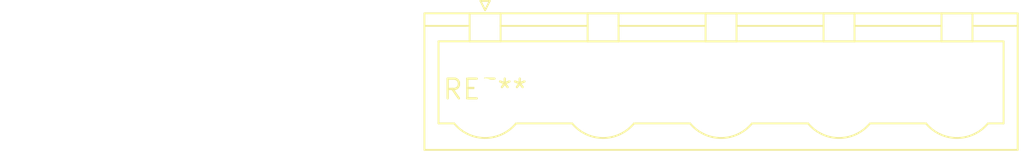
<source format=kicad_pcb>
(kicad_pcb (version 20240108) (generator pcbnew)
  (layers (0 "F.Cu" signal) (31 "B.Cu" signal) (34 "B.Paste" user) (35 "F.Paste" user) (36 "B.SilkS" user "B.Silkscreen") (37 "F.SilkS" user "F.Silkscreen") (38 "B.Mask" user) (39 "F.Mask" user) (44 "Edge.Cuts" user))
  (net 0 "")
  (footprint "PhoenixContact_GMSTBVA_2,5_5-G-7,62_1x05_P7.62mm_Vertical" (layer "F.Cu") (at 0 0)
    (property "Reference" "REF**")
    (property "Value" "PhoenixContact_GMSTBVA_2,5_5-G-7,62_1x05_P7.62mm_Vertical")
    (fp_line (start -3.92 -4.91) (end -3.92 3.91) (layer "F.SilkS") (stroke (width 0.12)))
    (fp_line (start -3.92 -4.1) (end -1.11 -4.1) (layer "F.SilkS") (stroke (width 0.12)))
    (fp_line (start -3.92 3.91) (end 34.4 3.91) (layer "F.SilkS") (stroke (width 0.12)))
    (fp_line (start -3.01 -3.1) (end 33.49 -3.1) (layer "F.SilkS") (stroke (width 0.12)))
    (fp_line (start -3.01 2.2) (end -3.01 -3.1) (layer "F.SilkS") (stroke (width 0.12)))
    (fp_line (start -2 2.2) (end -3.01 2.2) (layer "F.SilkS") (stroke (width 0.12)))
    (fp_line (start -1 -4.91) (end 1 -4.91) (layer "F.SilkS") (stroke (width 0.12)))
    (fp_line (start -1 -3.1) (end -1 -4.91) (layer "F.SilkS") (stroke (width 0.12)))
    (fp_line (start -0.3 -5.71) (end 0.3 -5.71) (layer "F.SilkS") (stroke (width 0.12)))
    (fp_line (start 0 -5.11) (end -0.3 -5.71) (layer "F.SilkS") (stroke (width 0.12)))
    (fp_line (start 0.3 -5.71) (end 0 -5.11) (layer "F.SilkS") (stroke (width 0.12)))
    (fp_line (start 1 -4.91) (end 1 -3.1) (layer "F.SilkS") (stroke (width 0.12)))
    (fp_line (start 1 -4.1) (end 6.62 -4.1) (layer "F.SilkS") (stroke (width 0.12)))
    (fp_line (start 1 -3.1) (end -1 -3.1) (layer "F.SilkS") (stroke (width 0.12)))
    (fp_line (start 2 2.2) (end 5.62 2.2) (layer "F.SilkS") (stroke (width 0.12)))
    (fp_line (start 6.62 -4.91) (end 8.62 -4.91) (layer "F.SilkS") (stroke (width 0.12)))
    (fp_line (start 6.62 -3.1) (end 6.62 -4.91) (layer "F.SilkS") (stroke (width 0.12)))
    (fp_line (start 8.62 -4.91) (end 8.62 -3.1) (layer "F.SilkS") (stroke (width 0.12)))
    (fp_line (start 8.62 -4.1) (end 14.24 -4.1) (layer "F.SilkS") (stroke (width 0.12)))
    (fp_line (start 8.62 -3.1) (end 6.62 -3.1) (layer "F.SilkS") (stroke (width 0.12)))
    (fp_line (start 9.62 2.2) (end 13.24 2.2) (layer "F.SilkS") (stroke (width 0.12)))
    (fp_line (start 14.24 -4.91) (end 16.24 -4.91) (layer "F.SilkS") (stroke (width 0.12)))
    (fp_line (start 14.24 -3.1) (end 14.24 -4.91) (layer "F.SilkS") (stroke (width 0.12)))
    (fp_line (start 16.24 -4.91) (end 16.24 -3.1) (layer "F.SilkS") (stroke (width 0.12)))
    (fp_line (start 16.24 -4.1) (end 21.86 -4.1) (layer "F.SilkS") (stroke (width 0.12)))
    (fp_line (start 16.24 -3.1) (end 14.24 -3.1) (layer "F.SilkS") (stroke (width 0.12)))
    (fp_line (start 17.24 2.2) (end 20.86 2.2) (layer "F.SilkS") (stroke (width 0.12)))
    (fp_line (start 21.86 -4.91) (end 23.86 -4.91) (layer "F.SilkS") (stroke (width 0.12)))
    (fp_line (start 21.86 -3.1) (end 21.86 -4.91) (layer "F.SilkS") (stroke (width 0.12)))
    (fp_line (start 23.86 -4.91) (end 23.86 -3.1) (layer "F.SilkS") (stroke (width 0.12)))
    (fp_line (start 23.86 -4.1) (end 29.48 -4.1) (layer "F.SilkS") (stroke (width 0.12)))
    (fp_line (start 23.86 -3.1) (end 21.86 -3.1) (layer "F.SilkS") (stroke (width 0.12)))
    (fp_line (start 24.86 2.2) (end 28.48 2.2) (layer "F.SilkS") (stroke (width 0.12)))
    (fp_line (start 29.48 -4.91) (end 31.48 -4.91) (layer "F.SilkS") (stroke (width 0.12)))
    (fp_line (start 29.48 -3.1) (end 29.48 -4.91) (layer "F.SilkS") (stroke (width 0.12)))
    (fp_line (start 31.48 -4.91) (end 31.48 -3.1) (layer "F.SilkS") (stroke (width 0.12)))
    (fp_line (start 31.48 -3.1) (end 29.48 -3.1) (layer "F.SilkS") (stroke (width 0.12)))
    (fp_line (start 33.49 -3.1) (end 33.49 2.2) (layer "F.SilkS") (stroke (width 0.12)))
    (fp_line (start 33.49 2.2) (end 32.48 2.2) (layer "F.SilkS") (stroke (width 0.12)))
    (fp_line (start 34.4 -4.91) (end -3.92 -4.91) (layer "F.SilkS") (stroke (width 0.12)))
    (fp_line (start 34.4 -4.1) (end 31.59 -4.1) (layer "F.SilkS") (stroke (width 0.12)))
    (fp_line (start 34.4 3.91) (end 34.4 -4.91) (layer "F.SilkS") (stroke (width 0.12)))
    (fp_arc (start 1.986842 2.215821) (mid -0.010289 3.142758) (end -2 2.2) (layer "F.SilkS") (stroke (width 0.12)))
    (fp_arc (start 9.606842 2.215821) (mid 7.609711 3.142758) (end 5.62 2.2) (layer "F.SilkS") (stroke (width 0.12)))
    (fp_arc (start 17.226842 2.215821) (mid 15.229711 3.142758) (end 13.24 2.2) (layer "F.SilkS") (stroke (width 0.12)))
    (fp_arc (start 24.846842 2.215821) (mid 22.849711 3.142758) (end 20.86 2.2) (layer "F.SilkS") (stroke (width 0.12)))
    (fp_arc (start 32.466842 2.215821) (mid 30.469711 3.142758) (end 28.48 2.2) (layer "F.SilkS") (stroke (width 0.12)))
    (pad "1" thru_hole roundrect (at 0 0) (size 2.1 3.6) (drill 1.4) (layers *.Cu *.Mask) (remove_unused_layers) (roundrect_rratio 0.119048))
    (pad "2" thru_hole oval (at 7.62 0) (size 2.1 3.6) (drill 1.4) (layers *.Cu *.Mask) (remove_unused_layers))
    (pad "3" thru_hole oval (at 15.24 0) (size 2.1 3.6) (drill 1.4) (layers *.Cu *.Mask) (remove_unused_layers))
    (pad "4" thru_hole oval (at 22.86 0) (size 2.1 3.6) (drill 1.4) (layers *.Cu *.Mask) (remove_unused_layers))
    (pad "5" thru_hole oval (at 30.48 0) (size 2.1 3.6) (drill 1.4) (layers *.Cu *.Mask) (remove_unused_layers))
  )
)
</source>
